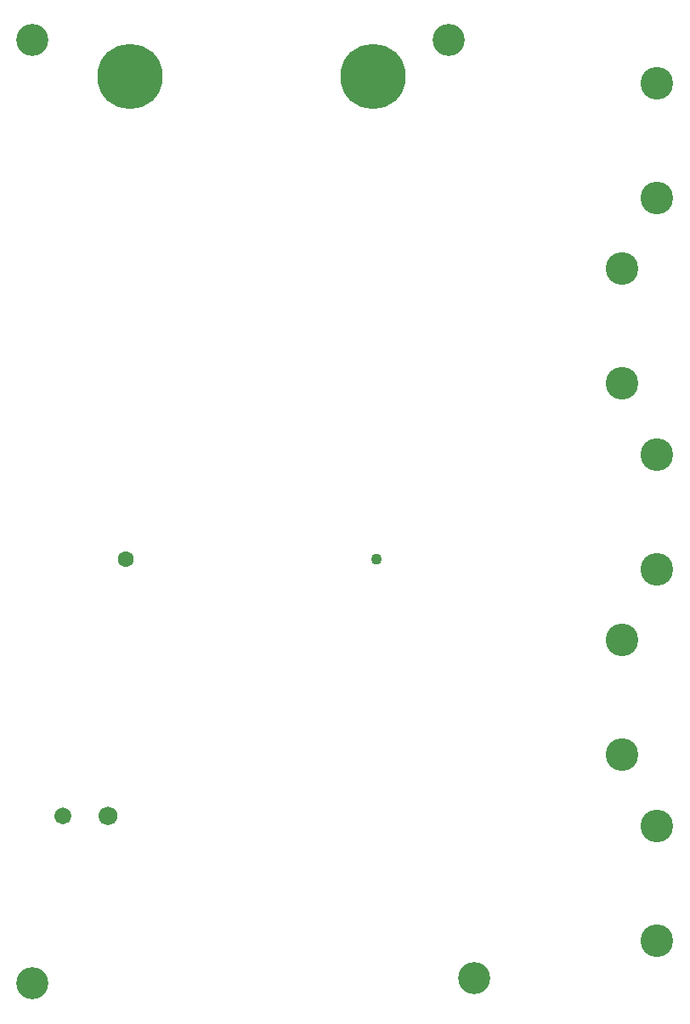
<source format=gbr>
%TF.GenerationSoftware,KiCad,Pcbnew,8.0.5*%
%TF.CreationDate,2024-09-15T13:15:32+02:00*%
%TF.ProjectId,megacard5_reference_design,6d656761-6361-4726-9435-5f7265666572,1.0*%
%TF.SameCoordinates,Original*%
%TF.FileFunction,Soldermask,Bot*%
%TF.FilePolarity,Negative*%
%FSLAX46Y46*%
G04 Gerber Fmt 4.6, Leading zero omitted, Abs format (unit mm)*
G04 Created by KiCad (PCBNEW 8.0.5) date 2024-09-15 13:15:32*
%MOMM*%
%LPD*%
G01*
G04 APERTURE LIST*
%ADD10C,0.100000*%
%ADD11C,1.600000*%
%ADD12C,1.100000*%
%ADD13C,6.500000*%
%ADD14C,3.200000*%
%ADD15C,3.250000*%
%ADD16C,1.800000*%
G04 APERTURE END LIST*
D10*
%TO.C,J2*%
X66825000Y-110300000D02*
G75*
G02*
X65225000Y-110300000I-800000J0D01*
G01*
X65225000Y-110300000D02*
G75*
G02*
X66825000Y-110300000I800000J0D01*
G01*
X71425000Y-110300000D02*
G75*
G02*
X69625000Y-110300000I-900000J0D01*
G01*
X69625000Y-110300000D02*
G75*
G02*
X71425000Y-110300000I900000J0D01*
G01*
%TD*%
D11*
%TO.C,J1*%
X72300000Y-84687500D03*
D12*
X97300000Y-84687500D03*
D13*
X96900000Y-36637500D03*
X72700000Y-36637500D03*
%TD*%
D14*
%TO.C,H3*%
X107000000Y-126500000D03*
%TD*%
D15*
%TO.C,J5*%
X125240000Y-74285000D03*
X125240000Y-85715000D03*
%TD*%
D13*
%TO.C,J13*%
X96900000Y-36637500D03*
%TD*%
D16*
%TO.C,J2*%
X70525000Y-110300000D03*
D11*
X66025000Y-110300000D03*
%TD*%
D15*
%TO.C,J6*%
X125240000Y-37285000D03*
X125240000Y-48715000D03*
%TD*%
%TO.C,J3*%
X125220000Y-111285000D03*
X125220000Y-122715000D03*
%TD*%
%TO.C,J4*%
X121740000Y-92785000D03*
X121740000Y-104215000D03*
%TD*%
D14*
%TO.C,H4*%
X63000000Y-127000000D03*
%TD*%
D15*
%TO.C,J7*%
X121740000Y-55785000D03*
X121740000Y-67215000D03*
%TD*%
D13*
%TO.C,J10*%
X72700000Y-36637500D03*
%TD*%
D14*
%TO.C,H2*%
X104500000Y-33000000D03*
%TD*%
%TO.C,H1*%
X63000000Y-33000000D03*
%TD*%
M02*

</source>
